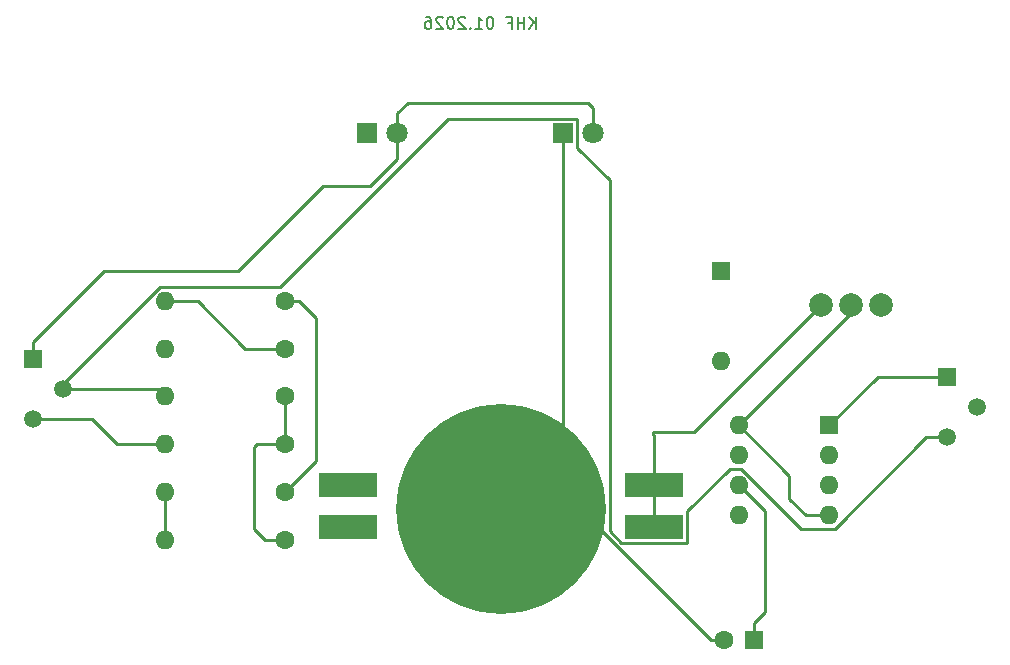
<source format=gbr>
%TF.GenerationSoftware,KiCad,Pcbnew,9.0.6*%
%TF.CreationDate,2026-01-05T12:28:17+01:00*%
%TF.ProjectId,Seegeist,53656567-6569-4737-942e-6b696361645f,rev?*%
%TF.SameCoordinates,Original*%
%TF.FileFunction,Copper,L2,Bot*%
%TF.FilePolarity,Positive*%
%FSLAX46Y46*%
G04 Gerber Fmt 4.6, Leading zero omitted, Abs format (unit mm)*
G04 Created by KiCad (PCBNEW 9.0.6) date 2026-01-05 12:28:17*
%MOMM*%
%LPD*%
G01*
G04 APERTURE LIST*
G04 Aperture macros list*
%AMRoundRect*
0 Rectangle with rounded corners*
0 $1 Rounding radius*
0 $2 $3 $4 $5 $6 $7 $8 $9 X,Y pos of 4 corners*
0 Add a 4 corners polygon primitive as box body*
4,1,4,$2,$3,$4,$5,$6,$7,$8,$9,$2,$3,0*
0 Add four circle primitives for the rounded corners*
1,1,$1+$1,$2,$3*
1,1,$1+$1,$4,$5*
1,1,$1+$1,$6,$7*
1,1,$1+$1,$8,$9*
0 Add four rect primitives between the rounded corners*
20,1,$1+$1,$2,$3,$4,$5,0*
20,1,$1+$1,$4,$5,$6,$7,0*
20,1,$1+$1,$6,$7,$8,$9,0*
20,1,$1+$1,$8,$9,$2,$3,0*%
G04 Aperture macros list end*
%ADD10C,0.150000*%
%TA.AperFunction,NonConductor*%
%ADD11C,0.150000*%
%TD*%
%TA.AperFunction,ComponentPad*%
%ADD12C,1.500000*%
%TD*%
%TA.AperFunction,ComponentPad*%
%ADD13R,1.500000X1.500000*%
%TD*%
%TA.AperFunction,ComponentPad*%
%ADD14C,1.600000*%
%TD*%
%TA.AperFunction,ComponentPad*%
%ADD15O,1.600000X1.600000*%
%TD*%
%TA.AperFunction,ComponentPad*%
%ADD16R,1.600000X1.600000*%
%TD*%
%TA.AperFunction,ComponentPad*%
%ADD17RoundRect,0.250000X0.550000X0.550000X-0.550000X0.550000X-0.550000X-0.550000X0.550000X-0.550000X0*%
%TD*%
%TA.AperFunction,ComponentPad*%
%ADD18R,1.800000X1.800000*%
%TD*%
%TA.AperFunction,ComponentPad*%
%ADD19C,1.800000*%
%TD*%
%TA.AperFunction,SMDPad,CuDef*%
%ADD20C,17.780000*%
%TD*%
%TA.AperFunction,SMDPad,CuDef*%
%ADD21R,5.000000X2.000000*%
%TD*%
%TA.AperFunction,ComponentPad*%
%ADD22C,2.000000*%
%TD*%
%TA.AperFunction,Conductor*%
%ADD23C,0.250000*%
%TD*%
G04 APERTURE END LIST*
D10*
D11*
X141863220Y-65419819D02*
X141863220Y-64419819D01*
X141291792Y-65419819D02*
X141720363Y-64848390D01*
X141291792Y-64419819D02*
X141863220Y-64991247D01*
X140863220Y-65419819D02*
X140863220Y-64419819D01*
X140863220Y-64896009D02*
X140291792Y-64896009D01*
X140291792Y-65419819D02*
X140291792Y-64419819D01*
X139482268Y-64896009D02*
X139815601Y-64896009D01*
X139815601Y-65419819D02*
X139815601Y-64419819D01*
X139815601Y-64419819D02*
X139339411Y-64419819D01*
X138006077Y-64419819D02*
X137910839Y-64419819D01*
X137910839Y-64419819D02*
X137815601Y-64467438D01*
X137815601Y-64467438D02*
X137767982Y-64515057D01*
X137767982Y-64515057D02*
X137720363Y-64610295D01*
X137720363Y-64610295D02*
X137672744Y-64800771D01*
X137672744Y-64800771D02*
X137672744Y-65038866D01*
X137672744Y-65038866D02*
X137720363Y-65229342D01*
X137720363Y-65229342D02*
X137767982Y-65324580D01*
X137767982Y-65324580D02*
X137815601Y-65372200D01*
X137815601Y-65372200D02*
X137910839Y-65419819D01*
X137910839Y-65419819D02*
X138006077Y-65419819D01*
X138006077Y-65419819D02*
X138101315Y-65372200D01*
X138101315Y-65372200D02*
X138148934Y-65324580D01*
X138148934Y-65324580D02*
X138196553Y-65229342D01*
X138196553Y-65229342D02*
X138244172Y-65038866D01*
X138244172Y-65038866D02*
X138244172Y-64800771D01*
X138244172Y-64800771D02*
X138196553Y-64610295D01*
X138196553Y-64610295D02*
X138148934Y-64515057D01*
X138148934Y-64515057D02*
X138101315Y-64467438D01*
X138101315Y-64467438D02*
X138006077Y-64419819D01*
X136720363Y-65419819D02*
X137291791Y-65419819D01*
X137006077Y-65419819D02*
X137006077Y-64419819D01*
X137006077Y-64419819D02*
X137101315Y-64562676D01*
X137101315Y-64562676D02*
X137196553Y-64657914D01*
X137196553Y-64657914D02*
X137291791Y-64705533D01*
X136291791Y-65324580D02*
X136244172Y-65372200D01*
X136244172Y-65372200D02*
X136291791Y-65419819D01*
X136291791Y-65419819D02*
X136339410Y-65372200D01*
X136339410Y-65372200D02*
X136291791Y-65324580D01*
X136291791Y-65324580D02*
X136291791Y-65419819D01*
X135863220Y-64515057D02*
X135815601Y-64467438D01*
X135815601Y-64467438D02*
X135720363Y-64419819D01*
X135720363Y-64419819D02*
X135482268Y-64419819D01*
X135482268Y-64419819D02*
X135387030Y-64467438D01*
X135387030Y-64467438D02*
X135339411Y-64515057D01*
X135339411Y-64515057D02*
X135291792Y-64610295D01*
X135291792Y-64610295D02*
X135291792Y-64705533D01*
X135291792Y-64705533D02*
X135339411Y-64848390D01*
X135339411Y-64848390D02*
X135910839Y-65419819D01*
X135910839Y-65419819D02*
X135291792Y-65419819D01*
X134672744Y-64419819D02*
X134577506Y-64419819D01*
X134577506Y-64419819D02*
X134482268Y-64467438D01*
X134482268Y-64467438D02*
X134434649Y-64515057D01*
X134434649Y-64515057D02*
X134387030Y-64610295D01*
X134387030Y-64610295D02*
X134339411Y-64800771D01*
X134339411Y-64800771D02*
X134339411Y-65038866D01*
X134339411Y-65038866D02*
X134387030Y-65229342D01*
X134387030Y-65229342D02*
X134434649Y-65324580D01*
X134434649Y-65324580D02*
X134482268Y-65372200D01*
X134482268Y-65372200D02*
X134577506Y-65419819D01*
X134577506Y-65419819D02*
X134672744Y-65419819D01*
X134672744Y-65419819D02*
X134767982Y-65372200D01*
X134767982Y-65372200D02*
X134815601Y-65324580D01*
X134815601Y-65324580D02*
X134863220Y-65229342D01*
X134863220Y-65229342D02*
X134910839Y-65038866D01*
X134910839Y-65038866D02*
X134910839Y-64800771D01*
X134910839Y-64800771D02*
X134863220Y-64610295D01*
X134863220Y-64610295D02*
X134815601Y-64515057D01*
X134815601Y-64515057D02*
X134767982Y-64467438D01*
X134767982Y-64467438D02*
X134672744Y-64419819D01*
X133958458Y-64515057D02*
X133910839Y-64467438D01*
X133910839Y-64467438D02*
X133815601Y-64419819D01*
X133815601Y-64419819D02*
X133577506Y-64419819D01*
X133577506Y-64419819D02*
X133482268Y-64467438D01*
X133482268Y-64467438D02*
X133434649Y-64515057D01*
X133434649Y-64515057D02*
X133387030Y-64610295D01*
X133387030Y-64610295D02*
X133387030Y-64705533D01*
X133387030Y-64705533D02*
X133434649Y-64848390D01*
X133434649Y-64848390D02*
X134006077Y-65419819D01*
X134006077Y-65419819D02*
X133387030Y-65419819D01*
X132529887Y-64419819D02*
X132720363Y-64419819D01*
X132720363Y-64419819D02*
X132815601Y-64467438D01*
X132815601Y-64467438D02*
X132863220Y-64515057D01*
X132863220Y-64515057D02*
X132958458Y-64657914D01*
X132958458Y-64657914D02*
X133006077Y-64848390D01*
X133006077Y-64848390D02*
X133006077Y-65229342D01*
X133006077Y-65229342D02*
X132958458Y-65324580D01*
X132958458Y-65324580D02*
X132910839Y-65372200D01*
X132910839Y-65372200D02*
X132815601Y-65419819D01*
X132815601Y-65419819D02*
X132625125Y-65419819D01*
X132625125Y-65419819D02*
X132529887Y-65372200D01*
X132529887Y-65372200D02*
X132482268Y-65324580D01*
X132482268Y-65324580D02*
X132434649Y-65229342D01*
X132434649Y-65229342D02*
X132434649Y-64991247D01*
X132434649Y-64991247D02*
X132482268Y-64896009D01*
X132482268Y-64896009D02*
X132529887Y-64848390D01*
X132529887Y-64848390D02*
X132625125Y-64800771D01*
X132625125Y-64800771D02*
X132815601Y-64800771D01*
X132815601Y-64800771D02*
X132910839Y-64848390D01*
X132910839Y-64848390D02*
X132958458Y-64896009D01*
X132958458Y-64896009D02*
X133006077Y-64991247D01*
D12*
%TO.P,Q1,3,C*%
%TO.N,Net-(Q1-C)*%
X176650000Y-99980000D03*
%TO.P,Q1,2,B*%
%TO.N,Net-(Q1-B)*%
X179190000Y-97440000D03*
D13*
%TO.P,Q1,1,E*%
%TO.N,Net-(D1-K)*%
X176650000Y-94900000D03*
%TD*%
D14*
%TO.P,R6,1*%
%TO.N,Net-(S1-E)*%
X120610000Y-100600000D03*
D15*
%TO.P,R6,2*%
%TO.N,Net-(Q2-C)*%
X110450000Y-100600000D03*
%TD*%
D14*
%TO.P,R8,1*%
%TO.N,Net-(S1-E)*%
X120610000Y-108700000D03*
D15*
%TO.P,R8,2*%
%TO.N,Net-(D3-A)*%
X110450000Y-108700000D03*
%TD*%
D14*
%TO.P,R4,1*%
%TO.N,Net-(D3-K)*%
X120610000Y-88450000D03*
D15*
%TO.P,R4,2*%
%TO.N,Net-(Q1-B)*%
X110450000Y-88450000D03*
%TD*%
D14*
%TO.P,R7,1*%
%TO.N,Net-(D3-K)*%
X120610000Y-104650000D03*
D15*
%TO.P,R7,2*%
%TO.N,Net-(D3-A)*%
X110450000Y-104650000D03*
%TD*%
D16*
%TO.P,NE555,1,GND*%
%TO.N,Net-(D1-K)*%
X166670000Y-99010000D03*
D15*
%TO.P,NE555,2,TR*%
%TO.N,Net-(D3-K)*%
X166670000Y-101550000D03*
%TO.P,NE555,3,Q*%
%TO.N,unconnected-(U1-Q-Pad3)*%
X166670000Y-104090000D03*
%TO.P,NE555,4,R*%
%TO.N,Net-(S1-E)*%
X166670000Y-106630000D03*
%TO.P,NE555,5,CV*%
%TO.N,unconnected-(U1-CV-Pad5)*%
X159050000Y-106630000D03*
%TO.P,NE555,6,THR*%
%TO.N,Net-(D3-K)*%
X159050000Y-104090000D03*
%TO.P,NE555,7,DIS*%
%TO.N,Net-(D3-A)*%
X159050000Y-101550000D03*
%TO.P,NE555,8,VCC*%
%TO.N,Net-(S1-E)*%
X159050000Y-99010000D03*
%TD*%
D14*
%TO.P,R5,1*%
%TO.N,Net-(S1-E)*%
X120610000Y-96550000D03*
D15*
%TO.P,R5,2*%
%TO.N,Net-(Q1-C)*%
X110450000Y-96550000D03*
%TD*%
D14*
%TO.P,R4,1*%
%TO.N,Net-(Q1-B)*%
X120610000Y-92500000D03*
D15*
%TO.P,R4,2*%
%TO.N,Net-(D1-K)*%
X110450000Y-92500000D03*
%TD*%
D17*
%TO.P,47uF,1*%
%TO.N,Net-(D3-K)*%
X160300000Y-117150000D03*
D14*
%TO.P,47uF,2*%
%TO.N,Net-(D1-K)*%
X157800000Y-117150000D03*
%TD*%
D18*
%TO.P,D2,1,K*%
%TO.N,Net-(D1-K)*%
X127580000Y-74252000D03*
D19*
%TO.P,D2,2,A*%
%TO.N,Net-(D1-A)*%
X130120000Y-74252000D03*
%TD*%
D13*
%TO.P,Q2,1,E*%
%TO.N,Net-(D1-A)*%
X99261764Y-93346549D03*
D12*
%TO.P,Q2,2,B*%
%TO.N,Net-(Q1-C)*%
X101801764Y-95886549D03*
%TO.P,Q2,3,C*%
%TO.N,Net-(Q2-C)*%
X99261764Y-98426549D03*
%TD*%
D18*
%TO.P,D1,1,K*%
%TO.N,Net-(D1-K)*%
X144130000Y-74250000D03*
D19*
%TO.P,D1,2,A*%
%TO.N,Net-(D1-A)*%
X146670000Y-74250000D03*
%TD*%
D16*
%TO.P,D3,1,K*%
%TO.N,Net-(D3-K)*%
X157550000Y-85900000D03*
D15*
%TO.P,D3,2,A*%
%TO.N,Net-(D3-A)*%
X157550000Y-93520000D03*
%TD*%
D20*
%TO.P,U2,2*%
%TO.N,Net-(D1-K)*%
X138910000Y-106076000D03*
D21*
%TO.P,U2,1*%
%TO.N,Net-(S1-A-Pad1)*%
X151850000Y-107600000D03*
X151850000Y-104044000D03*
%TO.P,U2,*%
%TO.N,*%
X125956000Y-107600000D03*
X125956000Y-104044000D03*
%TD*%
D22*
%TO.P,S1,3,A*%
%TO.N,unconnected-(S1-A-Pad3)*%
X171079500Y-88850000D03*
%TO.P,S1,2,E*%
%TO.N,Net-(S1-E)*%
X168539500Y-88850000D03*
%TO.P,S1,1,A*%
%TO.N,Net-(S1-A-Pad1)*%
X165999500Y-88850000D03*
%TD*%
D23*
%TO.N,Net-(Q1-C)*%
X109786549Y-95886549D02*
X110450000Y-96550000D01*
X101801764Y-95886549D02*
X109786549Y-95886549D01*
X101801764Y-95505831D02*
X101801764Y-95886549D01*
X109983595Y-87324000D02*
X101801764Y-95505831D01*
X120143595Y-87324000D02*
X109983595Y-87324000D01*
X134443595Y-73024000D02*
X120143595Y-87324000D01*
X145356000Y-75476000D02*
X145356000Y-73024000D01*
X148126000Y-78246000D02*
X145356000Y-75476000D01*
X148126000Y-107969560D02*
X148126000Y-78246000D01*
X149082440Y-108926000D02*
X148126000Y-107969560D01*
X154676000Y-108926000D02*
X149082440Y-108926000D01*
X154676000Y-106274000D02*
X154676000Y-108926000D01*
X158274000Y-102676000D02*
X154676000Y-106274000D01*
X159228405Y-102676000D02*
X158274000Y-102676000D01*
X164308405Y-107756000D02*
X159228405Y-102676000D01*
X167136405Y-107756000D02*
X164308405Y-107756000D01*
X145356000Y-73024000D02*
X134443595Y-73024000D01*
X174912405Y-99980000D02*
X167136405Y-107756000D01*
X176650000Y-99980000D02*
X174912405Y-99980000D01*
%TO.N,Net-(S1-E)*%
X120610000Y-100600000D02*
X120610000Y-96550000D01*
%TO.N,Net-(D3-K)*%
X123200000Y-89900000D02*
X121750000Y-88450000D01*
X123200000Y-102060000D02*
X123200000Y-89900000D01*
X121750000Y-88450000D02*
X120610000Y-88450000D01*
X120610000Y-104650000D02*
X123200000Y-102060000D01*
%TO.N,Net-(S1-E)*%
X118000000Y-107800000D02*
X118900000Y-108700000D01*
X118900000Y-108700000D02*
X120610000Y-108700000D01*
X118000000Y-100800000D02*
X118000000Y-107800000D01*
X118200000Y-100600000D02*
X118000000Y-100800000D01*
X120610000Y-100600000D02*
X118200000Y-100600000D01*
%TO.N,Net-(Q1-B)*%
X117250000Y-92500000D02*
X120610000Y-92500000D01*
X113200000Y-88450000D02*
X117250000Y-92500000D01*
X110450000Y-88450000D02*
X113200000Y-88450000D01*
%TO.N,Net-(D3-A)*%
X110450000Y-108700000D02*
X110450000Y-104650000D01*
%TO.N,Net-(Q2-C)*%
X106400000Y-100600000D02*
X110450000Y-100600000D01*
X104226549Y-98426549D02*
X106400000Y-100600000D01*
X99261764Y-98426549D02*
X104226549Y-98426549D01*
%TO.N,Net-(D1-A)*%
X130120000Y-76430000D02*
X130120000Y-74252000D01*
X127800000Y-78750000D02*
X130120000Y-76430000D01*
X123850000Y-78750000D02*
X127800000Y-78750000D01*
X116650000Y-85950000D02*
X123850000Y-78750000D01*
X105250000Y-85950000D02*
X116650000Y-85950000D01*
X99261764Y-91938236D02*
X105250000Y-85950000D01*
X99261764Y-93346549D02*
X99261764Y-91938236D01*
%TO.N,Net-(S1-E)*%
X168539500Y-89520500D02*
X168539500Y-88850000D01*
X159050000Y-99010000D02*
X168539500Y-89520500D01*
%TO.N,Net-(S1-A-Pad1)*%
X151850000Y-99850000D02*
X151850000Y-104044000D01*
X151800000Y-99600000D02*
X151800000Y-99800000D01*
X151800000Y-99800000D02*
X151850000Y-99850000D01*
X155249500Y-99600000D02*
X151800000Y-99600000D01*
X165999500Y-88850000D02*
X155249500Y-99600000D01*
X151850000Y-107600000D02*
X151850000Y-104044000D01*
%TO.N,Net-(D3-K)*%
X160300000Y-115750000D02*
X160300000Y-117150000D01*
X161250000Y-106290000D02*
X161250000Y-114800000D01*
X159050000Y-104090000D02*
X161250000Y-106290000D01*
X161250000Y-114800000D02*
X160300000Y-115750000D01*
%TO.N,Net-(D1-K)*%
X145594630Y-106076000D02*
X138910000Y-106076000D01*
X157800000Y-117150000D02*
X156668630Y-117150000D01*
X156668630Y-117150000D02*
X145594630Y-106076000D01*
%TO.N,Net-(S1-E)*%
X164680000Y-106630000D02*
X163300000Y-105250000D01*
X163300000Y-103260000D02*
X159050000Y-99010000D01*
X166670000Y-106630000D02*
X164680000Y-106630000D01*
X163300000Y-105250000D02*
X163300000Y-103260000D01*
%TO.N,Net-(D1-K)*%
X170780000Y-94900000D02*
X166670000Y-99010000D01*
X176650000Y-94900000D02*
X170780000Y-94900000D01*
X144130000Y-100856000D02*
X138910000Y-106076000D01*
X144130000Y-74250000D02*
X144130000Y-100856000D01*
%TO.N,Net-(D1-A)*%
X130120000Y-72580000D02*
X130120000Y-74252000D01*
X131000000Y-71700000D02*
X130120000Y-72580000D01*
X131050000Y-71750000D02*
X131000000Y-71700000D01*
X146300000Y-71750000D02*
X131050000Y-71750000D01*
X146670000Y-72120000D02*
X146300000Y-71750000D01*
X146670000Y-74250000D02*
X146670000Y-72120000D01*
%TD*%
M02*

</source>
